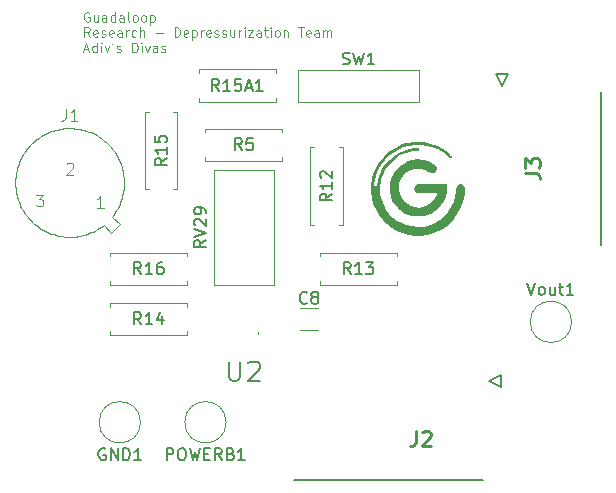
<source format=gto>
%TF.GenerationSoftware,KiCad,Pcbnew,9.0.4*%
%TF.CreationDate,2025-10-30T00:59:31-05:00*%
%TF.ProjectId,HVS Series Vacuum Sensor,48565320-5365-4726-9965-732056616375,rev?*%
%TF.SameCoordinates,Original*%
%TF.FileFunction,Legend,Top*%
%TF.FilePolarity,Positive*%
%FSLAX46Y46*%
G04 Gerber Fmt 4.6, Leading zero omitted, Abs format (unit mm)*
G04 Created by KiCad (PCBNEW 9.0.4) date 2025-10-30 00:59:31*
%MOMM*%
%LPD*%
G01*
G04 APERTURE LIST*
%ADD10C,0.100000*%
%ADD11C,0.150000*%
%ADD12C,0.254000*%
%ADD13C,0.120000*%
%ADD14C,0.127000*%
%ADD15C,0.000000*%
G04 APERTURE END LIST*
D10*
X115925312Y-72809080D02*
X115849122Y-72770985D01*
X115849122Y-72770985D02*
X115734836Y-72770985D01*
X115734836Y-72770985D02*
X115620550Y-72809080D01*
X115620550Y-72809080D02*
X115544360Y-72885270D01*
X115544360Y-72885270D02*
X115506265Y-72961461D01*
X115506265Y-72961461D02*
X115468169Y-73113842D01*
X115468169Y-73113842D02*
X115468169Y-73228128D01*
X115468169Y-73228128D02*
X115506265Y-73380509D01*
X115506265Y-73380509D02*
X115544360Y-73456699D01*
X115544360Y-73456699D02*
X115620550Y-73532890D01*
X115620550Y-73532890D02*
X115734836Y-73570985D01*
X115734836Y-73570985D02*
X115811027Y-73570985D01*
X115811027Y-73570985D02*
X115925312Y-73532890D01*
X115925312Y-73532890D02*
X115963408Y-73494794D01*
X115963408Y-73494794D02*
X115963408Y-73228128D01*
X115963408Y-73228128D02*
X115811027Y-73228128D01*
X116649122Y-73037651D02*
X116649122Y-73570985D01*
X116306265Y-73037651D02*
X116306265Y-73456699D01*
X116306265Y-73456699D02*
X116344360Y-73532890D01*
X116344360Y-73532890D02*
X116420550Y-73570985D01*
X116420550Y-73570985D02*
X116534836Y-73570985D01*
X116534836Y-73570985D02*
X116611027Y-73532890D01*
X116611027Y-73532890D02*
X116649122Y-73494794D01*
X117372932Y-73570985D02*
X117372932Y-73151937D01*
X117372932Y-73151937D02*
X117334837Y-73075747D01*
X117334837Y-73075747D02*
X117258646Y-73037651D01*
X117258646Y-73037651D02*
X117106265Y-73037651D01*
X117106265Y-73037651D02*
X117030075Y-73075747D01*
X117372932Y-73532890D02*
X117296741Y-73570985D01*
X117296741Y-73570985D02*
X117106265Y-73570985D01*
X117106265Y-73570985D02*
X117030075Y-73532890D01*
X117030075Y-73532890D02*
X116991979Y-73456699D01*
X116991979Y-73456699D02*
X116991979Y-73380509D01*
X116991979Y-73380509D02*
X117030075Y-73304318D01*
X117030075Y-73304318D02*
X117106265Y-73266223D01*
X117106265Y-73266223D02*
X117296741Y-73266223D01*
X117296741Y-73266223D02*
X117372932Y-73228128D01*
X118096742Y-73570985D02*
X118096742Y-72770985D01*
X118096742Y-73532890D02*
X118020551Y-73570985D01*
X118020551Y-73570985D02*
X117868170Y-73570985D01*
X117868170Y-73570985D02*
X117791980Y-73532890D01*
X117791980Y-73532890D02*
X117753885Y-73494794D01*
X117753885Y-73494794D02*
X117715789Y-73418604D01*
X117715789Y-73418604D02*
X117715789Y-73190032D01*
X117715789Y-73190032D02*
X117753885Y-73113842D01*
X117753885Y-73113842D02*
X117791980Y-73075747D01*
X117791980Y-73075747D02*
X117868170Y-73037651D01*
X117868170Y-73037651D02*
X118020551Y-73037651D01*
X118020551Y-73037651D02*
X118096742Y-73075747D01*
X118820552Y-73570985D02*
X118820552Y-73151937D01*
X118820552Y-73151937D02*
X118782457Y-73075747D01*
X118782457Y-73075747D02*
X118706266Y-73037651D01*
X118706266Y-73037651D02*
X118553885Y-73037651D01*
X118553885Y-73037651D02*
X118477695Y-73075747D01*
X118820552Y-73532890D02*
X118744361Y-73570985D01*
X118744361Y-73570985D02*
X118553885Y-73570985D01*
X118553885Y-73570985D02*
X118477695Y-73532890D01*
X118477695Y-73532890D02*
X118439599Y-73456699D01*
X118439599Y-73456699D02*
X118439599Y-73380509D01*
X118439599Y-73380509D02*
X118477695Y-73304318D01*
X118477695Y-73304318D02*
X118553885Y-73266223D01*
X118553885Y-73266223D02*
X118744361Y-73266223D01*
X118744361Y-73266223D02*
X118820552Y-73228128D01*
X119315790Y-73570985D02*
X119239600Y-73532890D01*
X119239600Y-73532890D02*
X119201505Y-73456699D01*
X119201505Y-73456699D02*
X119201505Y-72770985D01*
X119734838Y-73570985D02*
X119658648Y-73532890D01*
X119658648Y-73532890D02*
X119620553Y-73494794D01*
X119620553Y-73494794D02*
X119582457Y-73418604D01*
X119582457Y-73418604D02*
X119582457Y-73190032D01*
X119582457Y-73190032D02*
X119620553Y-73113842D01*
X119620553Y-73113842D02*
X119658648Y-73075747D01*
X119658648Y-73075747D02*
X119734838Y-73037651D01*
X119734838Y-73037651D02*
X119849124Y-73037651D01*
X119849124Y-73037651D02*
X119925315Y-73075747D01*
X119925315Y-73075747D02*
X119963410Y-73113842D01*
X119963410Y-73113842D02*
X120001505Y-73190032D01*
X120001505Y-73190032D02*
X120001505Y-73418604D01*
X120001505Y-73418604D02*
X119963410Y-73494794D01*
X119963410Y-73494794D02*
X119925315Y-73532890D01*
X119925315Y-73532890D02*
X119849124Y-73570985D01*
X119849124Y-73570985D02*
X119734838Y-73570985D01*
X120458648Y-73570985D02*
X120382458Y-73532890D01*
X120382458Y-73532890D02*
X120344363Y-73494794D01*
X120344363Y-73494794D02*
X120306267Y-73418604D01*
X120306267Y-73418604D02*
X120306267Y-73190032D01*
X120306267Y-73190032D02*
X120344363Y-73113842D01*
X120344363Y-73113842D02*
X120382458Y-73075747D01*
X120382458Y-73075747D02*
X120458648Y-73037651D01*
X120458648Y-73037651D02*
X120572934Y-73037651D01*
X120572934Y-73037651D02*
X120649125Y-73075747D01*
X120649125Y-73075747D02*
X120687220Y-73113842D01*
X120687220Y-73113842D02*
X120725315Y-73190032D01*
X120725315Y-73190032D02*
X120725315Y-73418604D01*
X120725315Y-73418604D02*
X120687220Y-73494794D01*
X120687220Y-73494794D02*
X120649125Y-73532890D01*
X120649125Y-73532890D02*
X120572934Y-73570985D01*
X120572934Y-73570985D02*
X120458648Y-73570985D01*
X121068173Y-73037651D02*
X121068173Y-73837651D01*
X121068173Y-73075747D02*
X121144363Y-73037651D01*
X121144363Y-73037651D02*
X121296744Y-73037651D01*
X121296744Y-73037651D02*
X121372935Y-73075747D01*
X121372935Y-73075747D02*
X121411030Y-73113842D01*
X121411030Y-73113842D02*
X121449125Y-73190032D01*
X121449125Y-73190032D02*
X121449125Y-73418604D01*
X121449125Y-73418604D02*
X121411030Y-73494794D01*
X121411030Y-73494794D02*
X121372935Y-73532890D01*
X121372935Y-73532890D02*
X121296744Y-73570985D01*
X121296744Y-73570985D02*
X121144363Y-73570985D01*
X121144363Y-73570985D02*
X121068173Y-73532890D01*
X115963408Y-74858940D02*
X115696741Y-74477987D01*
X115506265Y-74858940D02*
X115506265Y-74058940D01*
X115506265Y-74058940D02*
X115811027Y-74058940D01*
X115811027Y-74058940D02*
X115887217Y-74097035D01*
X115887217Y-74097035D02*
X115925312Y-74135130D01*
X115925312Y-74135130D02*
X115963408Y-74211321D01*
X115963408Y-74211321D02*
X115963408Y-74325606D01*
X115963408Y-74325606D02*
X115925312Y-74401797D01*
X115925312Y-74401797D02*
X115887217Y-74439892D01*
X115887217Y-74439892D02*
X115811027Y-74477987D01*
X115811027Y-74477987D02*
X115506265Y-74477987D01*
X116611027Y-74820845D02*
X116534836Y-74858940D01*
X116534836Y-74858940D02*
X116382455Y-74858940D01*
X116382455Y-74858940D02*
X116306265Y-74820845D01*
X116306265Y-74820845D02*
X116268169Y-74744654D01*
X116268169Y-74744654D02*
X116268169Y-74439892D01*
X116268169Y-74439892D02*
X116306265Y-74363702D01*
X116306265Y-74363702D02*
X116382455Y-74325606D01*
X116382455Y-74325606D02*
X116534836Y-74325606D01*
X116534836Y-74325606D02*
X116611027Y-74363702D01*
X116611027Y-74363702D02*
X116649122Y-74439892D01*
X116649122Y-74439892D02*
X116649122Y-74516083D01*
X116649122Y-74516083D02*
X116268169Y-74592273D01*
X116953883Y-74820845D02*
X117030074Y-74858940D01*
X117030074Y-74858940D02*
X117182455Y-74858940D01*
X117182455Y-74858940D02*
X117258645Y-74820845D01*
X117258645Y-74820845D02*
X117296741Y-74744654D01*
X117296741Y-74744654D02*
X117296741Y-74706559D01*
X117296741Y-74706559D02*
X117258645Y-74630368D01*
X117258645Y-74630368D02*
X117182455Y-74592273D01*
X117182455Y-74592273D02*
X117068169Y-74592273D01*
X117068169Y-74592273D02*
X116991979Y-74554178D01*
X116991979Y-74554178D02*
X116953883Y-74477987D01*
X116953883Y-74477987D02*
X116953883Y-74439892D01*
X116953883Y-74439892D02*
X116991979Y-74363702D01*
X116991979Y-74363702D02*
X117068169Y-74325606D01*
X117068169Y-74325606D02*
X117182455Y-74325606D01*
X117182455Y-74325606D02*
X117258645Y-74363702D01*
X117944360Y-74820845D02*
X117868169Y-74858940D01*
X117868169Y-74858940D02*
X117715788Y-74858940D01*
X117715788Y-74858940D02*
X117639598Y-74820845D01*
X117639598Y-74820845D02*
X117601502Y-74744654D01*
X117601502Y-74744654D02*
X117601502Y-74439892D01*
X117601502Y-74439892D02*
X117639598Y-74363702D01*
X117639598Y-74363702D02*
X117715788Y-74325606D01*
X117715788Y-74325606D02*
X117868169Y-74325606D01*
X117868169Y-74325606D02*
X117944360Y-74363702D01*
X117944360Y-74363702D02*
X117982455Y-74439892D01*
X117982455Y-74439892D02*
X117982455Y-74516083D01*
X117982455Y-74516083D02*
X117601502Y-74592273D01*
X118668169Y-74858940D02*
X118668169Y-74439892D01*
X118668169Y-74439892D02*
X118630074Y-74363702D01*
X118630074Y-74363702D02*
X118553883Y-74325606D01*
X118553883Y-74325606D02*
X118401502Y-74325606D01*
X118401502Y-74325606D02*
X118325312Y-74363702D01*
X118668169Y-74820845D02*
X118591978Y-74858940D01*
X118591978Y-74858940D02*
X118401502Y-74858940D01*
X118401502Y-74858940D02*
X118325312Y-74820845D01*
X118325312Y-74820845D02*
X118287216Y-74744654D01*
X118287216Y-74744654D02*
X118287216Y-74668464D01*
X118287216Y-74668464D02*
X118325312Y-74592273D01*
X118325312Y-74592273D02*
X118401502Y-74554178D01*
X118401502Y-74554178D02*
X118591978Y-74554178D01*
X118591978Y-74554178D02*
X118668169Y-74516083D01*
X119049122Y-74858940D02*
X119049122Y-74325606D01*
X119049122Y-74477987D02*
X119087217Y-74401797D01*
X119087217Y-74401797D02*
X119125312Y-74363702D01*
X119125312Y-74363702D02*
X119201503Y-74325606D01*
X119201503Y-74325606D02*
X119277693Y-74325606D01*
X119887217Y-74820845D02*
X119811026Y-74858940D01*
X119811026Y-74858940D02*
X119658645Y-74858940D01*
X119658645Y-74858940D02*
X119582455Y-74820845D01*
X119582455Y-74820845D02*
X119544360Y-74782749D01*
X119544360Y-74782749D02*
X119506264Y-74706559D01*
X119506264Y-74706559D02*
X119506264Y-74477987D01*
X119506264Y-74477987D02*
X119544360Y-74401797D01*
X119544360Y-74401797D02*
X119582455Y-74363702D01*
X119582455Y-74363702D02*
X119658645Y-74325606D01*
X119658645Y-74325606D02*
X119811026Y-74325606D01*
X119811026Y-74325606D02*
X119887217Y-74363702D01*
X120230074Y-74858940D02*
X120230074Y-74058940D01*
X120572931Y-74858940D02*
X120572931Y-74439892D01*
X120572931Y-74439892D02*
X120534836Y-74363702D01*
X120534836Y-74363702D02*
X120458645Y-74325606D01*
X120458645Y-74325606D02*
X120344359Y-74325606D01*
X120344359Y-74325606D02*
X120268169Y-74363702D01*
X120268169Y-74363702D02*
X120230074Y-74401797D01*
X121563408Y-74554178D02*
X122172932Y-74554178D01*
X123163408Y-74858940D02*
X123163408Y-74058940D01*
X123163408Y-74058940D02*
X123353884Y-74058940D01*
X123353884Y-74058940D02*
X123468170Y-74097035D01*
X123468170Y-74097035D02*
X123544360Y-74173225D01*
X123544360Y-74173225D02*
X123582455Y-74249416D01*
X123582455Y-74249416D02*
X123620551Y-74401797D01*
X123620551Y-74401797D02*
X123620551Y-74516083D01*
X123620551Y-74516083D02*
X123582455Y-74668464D01*
X123582455Y-74668464D02*
X123544360Y-74744654D01*
X123544360Y-74744654D02*
X123468170Y-74820845D01*
X123468170Y-74820845D02*
X123353884Y-74858940D01*
X123353884Y-74858940D02*
X123163408Y-74858940D01*
X124268170Y-74820845D02*
X124191979Y-74858940D01*
X124191979Y-74858940D02*
X124039598Y-74858940D01*
X124039598Y-74858940D02*
X123963408Y-74820845D01*
X123963408Y-74820845D02*
X123925312Y-74744654D01*
X123925312Y-74744654D02*
X123925312Y-74439892D01*
X123925312Y-74439892D02*
X123963408Y-74363702D01*
X123963408Y-74363702D02*
X124039598Y-74325606D01*
X124039598Y-74325606D02*
X124191979Y-74325606D01*
X124191979Y-74325606D02*
X124268170Y-74363702D01*
X124268170Y-74363702D02*
X124306265Y-74439892D01*
X124306265Y-74439892D02*
X124306265Y-74516083D01*
X124306265Y-74516083D02*
X123925312Y-74592273D01*
X124649122Y-74325606D02*
X124649122Y-75125606D01*
X124649122Y-74363702D02*
X124725312Y-74325606D01*
X124725312Y-74325606D02*
X124877693Y-74325606D01*
X124877693Y-74325606D02*
X124953884Y-74363702D01*
X124953884Y-74363702D02*
X124991979Y-74401797D01*
X124991979Y-74401797D02*
X125030074Y-74477987D01*
X125030074Y-74477987D02*
X125030074Y-74706559D01*
X125030074Y-74706559D02*
X124991979Y-74782749D01*
X124991979Y-74782749D02*
X124953884Y-74820845D01*
X124953884Y-74820845D02*
X124877693Y-74858940D01*
X124877693Y-74858940D02*
X124725312Y-74858940D01*
X124725312Y-74858940D02*
X124649122Y-74820845D01*
X125372932Y-74858940D02*
X125372932Y-74325606D01*
X125372932Y-74477987D02*
X125411027Y-74401797D01*
X125411027Y-74401797D02*
X125449122Y-74363702D01*
X125449122Y-74363702D02*
X125525313Y-74325606D01*
X125525313Y-74325606D02*
X125601503Y-74325606D01*
X126172932Y-74820845D02*
X126096741Y-74858940D01*
X126096741Y-74858940D02*
X125944360Y-74858940D01*
X125944360Y-74858940D02*
X125868170Y-74820845D01*
X125868170Y-74820845D02*
X125830074Y-74744654D01*
X125830074Y-74744654D02*
X125830074Y-74439892D01*
X125830074Y-74439892D02*
X125868170Y-74363702D01*
X125868170Y-74363702D02*
X125944360Y-74325606D01*
X125944360Y-74325606D02*
X126096741Y-74325606D01*
X126096741Y-74325606D02*
X126172932Y-74363702D01*
X126172932Y-74363702D02*
X126211027Y-74439892D01*
X126211027Y-74439892D02*
X126211027Y-74516083D01*
X126211027Y-74516083D02*
X125830074Y-74592273D01*
X126515788Y-74820845D02*
X126591979Y-74858940D01*
X126591979Y-74858940D02*
X126744360Y-74858940D01*
X126744360Y-74858940D02*
X126820550Y-74820845D01*
X126820550Y-74820845D02*
X126858646Y-74744654D01*
X126858646Y-74744654D02*
X126858646Y-74706559D01*
X126858646Y-74706559D02*
X126820550Y-74630368D01*
X126820550Y-74630368D02*
X126744360Y-74592273D01*
X126744360Y-74592273D02*
X126630074Y-74592273D01*
X126630074Y-74592273D02*
X126553884Y-74554178D01*
X126553884Y-74554178D02*
X126515788Y-74477987D01*
X126515788Y-74477987D02*
X126515788Y-74439892D01*
X126515788Y-74439892D02*
X126553884Y-74363702D01*
X126553884Y-74363702D02*
X126630074Y-74325606D01*
X126630074Y-74325606D02*
X126744360Y-74325606D01*
X126744360Y-74325606D02*
X126820550Y-74363702D01*
X127163407Y-74820845D02*
X127239598Y-74858940D01*
X127239598Y-74858940D02*
X127391979Y-74858940D01*
X127391979Y-74858940D02*
X127468169Y-74820845D01*
X127468169Y-74820845D02*
X127506265Y-74744654D01*
X127506265Y-74744654D02*
X127506265Y-74706559D01*
X127506265Y-74706559D02*
X127468169Y-74630368D01*
X127468169Y-74630368D02*
X127391979Y-74592273D01*
X127391979Y-74592273D02*
X127277693Y-74592273D01*
X127277693Y-74592273D02*
X127201503Y-74554178D01*
X127201503Y-74554178D02*
X127163407Y-74477987D01*
X127163407Y-74477987D02*
X127163407Y-74439892D01*
X127163407Y-74439892D02*
X127201503Y-74363702D01*
X127201503Y-74363702D02*
X127277693Y-74325606D01*
X127277693Y-74325606D02*
X127391979Y-74325606D01*
X127391979Y-74325606D02*
X127468169Y-74363702D01*
X128191979Y-74325606D02*
X128191979Y-74858940D01*
X127849122Y-74325606D02*
X127849122Y-74744654D01*
X127849122Y-74744654D02*
X127887217Y-74820845D01*
X127887217Y-74820845D02*
X127963407Y-74858940D01*
X127963407Y-74858940D02*
X128077693Y-74858940D01*
X128077693Y-74858940D02*
X128153884Y-74820845D01*
X128153884Y-74820845D02*
X128191979Y-74782749D01*
X128572932Y-74858940D02*
X128572932Y-74325606D01*
X128572932Y-74477987D02*
X128611027Y-74401797D01*
X128611027Y-74401797D02*
X128649122Y-74363702D01*
X128649122Y-74363702D02*
X128725313Y-74325606D01*
X128725313Y-74325606D02*
X128801503Y-74325606D01*
X129068170Y-74858940D02*
X129068170Y-74325606D01*
X129068170Y-74058940D02*
X129030074Y-74097035D01*
X129030074Y-74097035D02*
X129068170Y-74135130D01*
X129068170Y-74135130D02*
X129106265Y-74097035D01*
X129106265Y-74097035D02*
X129068170Y-74058940D01*
X129068170Y-74058940D02*
X129068170Y-74135130D01*
X129372931Y-74325606D02*
X129791979Y-74325606D01*
X129791979Y-74325606D02*
X129372931Y-74858940D01*
X129372931Y-74858940D02*
X129791979Y-74858940D01*
X130439598Y-74858940D02*
X130439598Y-74439892D01*
X130439598Y-74439892D02*
X130401503Y-74363702D01*
X130401503Y-74363702D02*
X130325312Y-74325606D01*
X130325312Y-74325606D02*
X130172931Y-74325606D01*
X130172931Y-74325606D02*
X130096741Y-74363702D01*
X130439598Y-74820845D02*
X130363407Y-74858940D01*
X130363407Y-74858940D02*
X130172931Y-74858940D01*
X130172931Y-74858940D02*
X130096741Y-74820845D01*
X130096741Y-74820845D02*
X130058645Y-74744654D01*
X130058645Y-74744654D02*
X130058645Y-74668464D01*
X130058645Y-74668464D02*
X130096741Y-74592273D01*
X130096741Y-74592273D02*
X130172931Y-74554178D01*
X130172931Y-74554178D02*
X130363407Y-74554178D01*
X130363407Y-74554178D02*
X130439598Y-74516083D01*
X130706265Y-74325606D02*
X131011027Y-74325606D01*
X130820551Y-74058940D02*
X130820551Y-74744654D01*
X130820551Y-74744654D02*
X130858646Y-74820845D01*
X130858646Y-74820845D02*
X130934836Y-74858940D01*
X130934836Y-74858940D02*
X131011027Y-74858940D01*
X131277694Y-74858940D02*
X131277694Y-74325606D01*
X131277694Y-74058940D02*
X131239598Y-74097035D01*
X131239598Y-74097035D02*
X131277694Y-74135130D01*
X131277694Y-74135130D02*
X131315789Y-74097035D01*
X131315789Y-74097035D02*
X131277694Y-74058940D01*
X131277694Y-74058940D02*
X131277694Y-74135130D01*
X131772931Y-74858940D02*
X131696741Y-74820845D01*
X131696741Y-74820845D02*
X131658646Y-74782749D01*
X131658646Y-74782749D02*
X131620550Y-74706559D01*
X131620550Y-74706559D02*
X131620550Y-74477987D01*
X131620550Y-74477987D02*
X131658646Y-74401797D01*
X131658646Y-74401797D02*
X131696741Y-74363702D01*
X131696741Y-74363702D02*
X131772931Y-74325606D01*
X131772931Y-74325606D02*
X131887217Y-74325606D01*
X131887217Y-74325606D02*
X131963408Y-74363702D01*
X131963408Y-74363702D02*
X132001503Y-74401797D01*
X132001503Y-74401797D02*
X132039598Y-74477987D01*
X132039598Y-74477987D02*
X132039598Y-74706559D01*
X132039598Y-74706559D02*
X132001503Y-74782749D01*
X132001503Y-74782749D02*
X131963408Y-74820845D01*
X131963408Y-74820845D02*
X131887217Y-74858940D01*
X131887217Y-74858940D02*
X131772931Y-74858940D01*
X132382456Y-74325606D02*
X132382456Y-74858940D01*
X132382456Y-74401797D02*
X132420551Y-74363702D01*
X132420551Y-74363702D02*
X132496741Y-74325606D01*
X132496741Y-74325606D02*
X132611027Y-74325606D01*
X132611027Y-74325606D02*
X132687218Y-74363702D01*
X132687218Y-74363702D02*
X132725313Y-74439892D01*
X132725313Y-74439892D02*
X132725313Y-74858940D01*
X133601504Y-74058940D02*
X134058647Y-74058940D01*
X133830075Y-74858940D02*
X133830075Y-74058940D01*
X134630076Y-74820845D02*
X134553885Y-74858940D01*
X134553885Y-74858940D02*
X134401504Y-74858940D01*
X134401504Y-74858940D02*
X134325314Y-74820845D01*
X134325314Y-74820845D02*
X134287218Y-74744654D01*
X134287218Y-74744654D02*
X134287218Y-74439892D01*
X134287218Y-74439892D02*
X134325314Y-74363702D01*
X134325314Y-74363702D02*
X134401504Y-74325606D01*
X134401504Y-74325606D02*
X134553885Y-74325606D01*
X134553885Y-74325606D02*
X134630076Y-74363702D01*
X134630076Y-74363702D02*
X134668171Y-74439892D01*
X134668171Y-74439892D02*
X134668171Y-74516083D01*
X134668171Y-74516083D02*
X134287218Y-74592273D01*
X135353885Y-74858940D02*
X135353885Y-74439892D01*
X135353885Y-74439892D02*
X135315790Y-74363702D01*
X135315790Y-74363702D02*
X135239599Y-74325606D01*
X135239599Y-74325606D02*
X135087218Y-74325606D01*
X135087218Y-74325606D02*
X135011028Y-74363702D01*
X135353885Y-74820845D02*
X135277694Y-74858940D01*
X135277694Y-74858940D02*
X135087218Y-74858940D01*
X135087218Y-74858940D02*
X135011028Y-74820845D01*
X135011028Y-74820845D02*
X134972932Y-74744654D01*
X134972932Y-74744654D02*
X134972932Y-74668464D01*
X134972932Y-74668464D02*
X135011028Y-74592273D01*
X135011028Y-74592273D02*
X135087218Y-74554178D01*
X135087218Y-74554178D02*
X135277694Y-74554178D01*
X135277694Y-74554178D02*
X135353885Y-74516083D01*
X135734838Y-74858940D02*
X135734838Y-74325606D01*
X135734838Y-74401797D02*
X135772933Y-74363702D01*
X135772933Y-74363702D02*
X135849123Y-74325606D01*
X135849123Y-74325606D02*
X135963409Y-74325606D01*
X135963409Y-74325606D02*
X136039600Y-74363702D01*
X136039600Y-74363702D02*
X136077695Y-74439892D01*
X136077695Y-74439892D02*
X136077695Y-74858940D01*
X136077695Y-74439892D02*
X136115790Y-74363702D01*
X136115790Y-74363702D02*
X136191981Y-74325606D01*
X136191981Y-74325606D02*
X136306266Y-74325606D01*
X136306266Y-74325606D02*
X136382457Y-74363702D01*
X136382457Y-74363702D02*
X136420552Y-74439892D01*
X136420552Y-74439892D02*
X136420552Y-74858940D01*
X115468169Y-75918323D02*
X115849122Y-75918323D01*
X115391979Y-76146895D02*
X115658646Y-75346895D01*
X115658646Y-75346895D02*
X115925312Y-76146895D01*
X116534836Y-76146895D02*
X116534836Y-75346895D01*
X116534836Y-76108800D02*
X116458645Y-76146895D01*
X116458645Y-76146895D02*
X116306264Y-76146895D01*
X116306264Y-76146895D02*
X116230074Y-76108800D01*
X116230074Y-76108800D02*
X116191979Y-76070704D01*
X116191979Y-76070704D02*
X116153883Y-75994514D01*
X116153883Y-75994514D02*
X116153883Y-75765942D01*
X116153883Y-75765942D02*
X116191979Y-75689752D01*
X116191979Y-75689752D02*
X116230074Y-75651657D01*
X116230074Y-75651657D02*
X116306264Y-75613561D01*
X116306264Y-75613561D02*
X116458645Y-75613561D01*
X116458645Y-75613561D02*
X116534836Y-75651657D01*
X116915789Y-76146895D02*
X116915789Y-75613561D01*
X116915789Y-75346895D02*
X116877693Y-75384990D01*
X116877693Y-75384990D02*
X116915789Y-75423085D01*
X116915789Y-75423085D02*
X116953884Y-75384990D01*
X116953884Y-75384990D02*
X116915789Y-75346895D01*
X116915789Y-75346895D02*
X116915789Y-75423085D01*
X117220550Y-75613561D02*
X117411026Y-76146895D01*
X117411026Y-76146895D02*
X117601503Y-75613561D01*
X117944360Y-75346895D02*
X117868169Y-75499276D01*
X118249121Y-76108800D02*
X118325312Y-76146895D01*
X118325312Y-76146895D02*
X118477693Y-76146895D01*
X118477693Y-76146895D02*
X118553883Y-76108800D01*
X118553883Y-76108800D02*
X118591979Y-76032609D01*
X118591979Y-76032609D02*
X118591979Y-75994514D01*
X118591979Y-75994514D02*
X118553883Y-75918323D01*
X118553883Y-75918323D02*
X118477693Y-75880228D01*
X118477693Y-75880228D02*
X118363407Y-75880228D01*
X118363407Y-75880228D02*
X118287217Y-75842133D01*
X118287217Y-75842133D02*
X118249121Y-75765942D01*
X118249121Y-75765942D02*
X118249121Y-75727847D01*
X118249121Y-75727847D02*
X118287217Y-75651657D01*
X118287217Y-75651657D02*
X118363407Y-75613561D01*
X118363407Y-75613561D02*
X118477693Y-75613561D01*
X118477693Y-75613561D02*
X118553883Y-75651657D01*
X119544360Y-76146895D02*
X119544360Y-75346895D01*
X119544360Y-75346895D02*
X119734836Y-75346895D01*
X119734836Y-75346895D02*
X119849122Y-75384990D01*
X119849122Y-75384990D02*
X119925312Y-75461180D01*
X119925312Y-75461180D02*
X119963407Y-75537371D01*
X119963407Y-75537371D02*
X120001503Y-75689752D01*
X120001503Y-75689752D02*
X120001503Y-75804038D01*
X120001503Y-75804038D02*
X119963407Y-75956419D01*
X119963407Y-75956419D02*
X119925312Y-76032609D01*
X119925312Y-76032609D02*
X119849122Y-76108800D01*
X119849122Y-76108800D02*
X119734836Y-76146895D01*
X119734836Y-76146895D02*
X119544360Y-76146895D01*
X120344360Y-76146895D02*
X120344360Y-75613561D01*
X120344360Y-75346895D02*
X120306264Y-75384990D01*
X120306264Y-75384990D02*
X120344360Y-75423085D01*
X120344360Y-75423085D02*
X120382455Y-75384990D01*
X120382455Y-75384990D02*
X120344360Y-75346895D01*
X120344360Y-75346895D02*
X120344360Y-75423085D01*
X120649121Y-75613561D02*
X120839597Y-76146895D01*
X120839597Y-76146895D02*
X121030074Y-75613561D01*
X121677693Y-76146895D02*
X121677693Y-75727847D01*
X121677693Y-75727847D02*
X121639598Y-75651657D01*
X121639598Y-75651657D02*
X121563407Y-75613561D01*
X121563407Y-75613561D02*
X121411026Y-75613561D01*
X121411026Y-75613561D02*
X121334836Y-75651657D01*
X121677693Y-76108800D02*
X121601502Y-76146895D01*
X121601502Y-76146895D02*
X121411026Y-76146895D01*
X121411026Y-76146895D02*
X121334836Y-76108800D01*
X121334836Y-76108800D02*
X121296740Y-76032609D01*
X121296740Y-76032609D02*
X121296740Y-75956419D01*
X121296740Y-75956419D02*
X121334836Y-75880228D01*
X121334836Y-75880228D02*
X121411026Y-75842133D01*
X121411026Y-75842133D02*
X121601502Y-75842133D01*
X121601502Y-75842133D02*
X121677693Y-75804038D01*
X122020550Y-76108800D02*
X122096741Y-76146895D01*
X122096741Y-76146895D02*
X122249122Y-76146895D01*
X122249122Y-76146895D02*
X122325312Y-76108800D01*
X122325312Y-76108800D02*
X122363408Y-76032609D01*
X122363408Y-76032609D02*
X122363408Y-75994514D01*
X122363408Y-75994514D02*
X122325312Y-75918323D01*
X122325312Y-75918323D02*
X122249122Y-75880228D01*
X122249122Y-75880228D02*
X122134836Y-75880228D01*
X122134836Y-75880228D02*
X122058646Y-75842133D01*
X122058646Y-75842133D02*
X122020550Y-75765942D01*
X122020550Y-75765942D02*
X122020550Y-75727847D01*
X122020550Y-75727847D02*
X122058646Y-75651657D01*
X122058646Y-75651657D02*
X122134836Y-75613561D01*
X122134836Y-75613561D02*
X122249122Y-75613561D01*
X122249122Y-75613561D02*
X122325312Y-75651657D01*
D11*
X153000000Y-95704819D02*
X153333333Y-96704819D01*
X153333333Y-96704819D02*
X153666666Y-95704819D01*
X154142857Y-96704819D02*
X154047619Y-96657200D01*
X154047619Y-96657200D02*
X154000000Y-96609580D01*
X154000000Y-96609580D02*
X153952381Y-96514342D01*
X153952381Y-96514342D02*
X153952381Y-96228628D01*
X153952381Y-96228628D02*
X154000000Y-96133390D01*
X154000000Y-96133390D02*
X154047619Y-96085771D01*
X154047619Y-96085771D02*
X154142857Y-96038152D01*
X154142857Y-96038152D02*
X154285714Y-96038152D01*
X154285714Y-96038152D02*
X154380952Y-96085771D01*
X154380952Y-96085771D02*
X154428571Y-96133390D01*
X154428571Y-96133390D02*
X154476190Y-96228628D01*
X154476190Y-96228628D02*
X154476190Y-96514342D01*
X154476190Y-96514342D02*
X154428571Y-96609580D01*
X154428571Y-96609580D02*
X154380952Y-96657200D01*
X154380952Y-96657200D02*
X154285714Y-96704819D01*
X154285714Y-96704819D02*
X154142857Y-96704819D01*
X155333333Y-96038152D02*
X155333333Y-96704819D01*
X154904762Y-96038152D02*
X154904762Y-96561961D01*
X154904762Y-96561961D02*
X154952381Y-96657200D01*
X154952381Y-96657200D02*
X155047619Y-96704819D01*
X155047619Y-96704819D02*
X155190476Y-96704819D01*
X155190476Y-96704819D02*
X155285714Y-96657200D01*
X155285714Y-96657200D02*
X155333333Y-96609580D01*
X155666667Y-96038152D02*
X156047619Y-96038152D01*
X155809524Y-95704819D02*
X155809524Y-96561961D01*
X155809524Y-96561961D02*
X155857143Y-96657200D01*
X155857143Y-96657200D02*
X155952381Y-96704819D01*
X155952381Y-96704819D02*
X156047619Y-96704819D01*
X156904762Y-96704819D02*
X156333334Y-96704819D01*
X156619048Y-96704819D02*
X156619048Y-95704819D01*
X156619048Y-95704819D02*
X156523810Y-95847676D01*
X156523810Y-95847676D02*
X156428572Y-95942914D01*
X156428572Y-95942914D02*
X156333334Y-95990533D01*
X117261904Y-109752438D02*
X117166666Y-109704819D01*
X117166666Y-109704819D02*
X117023809Y-109704819D01*
X117023809Y-109704819D02*
X116880952Y-109752438D01*
X116880952Y-109752438D02*
X116785714Y-109847676D01*
X116785714Y-109847676D02*
X116738095Y-109942914D01*
X116738095Y-109942914D02*
X116690476Y-110133390D01*
X116690476Y-110133390D02*
X116690476Y-110276247D01*
X116690476Y-110276247D02*
X116738095Y-110466723D01*
X116738095Y-110466723D02*
X116785714Y-110561961D01*
X116785714Y-110561961D02*
X116880952Y-110657200D01*
X116880952Y-110657200D02*
X117023809Y-110704819D01*
X117023809Y-110704819D02*
X117119047Y-110704819D01*
X117119047Y-110704819D02*
X117261904Y-110657200D01*
X117261904Y-110657200D02*
X117309523Y-110609580D01*
X117309523Y-110609580D02*
X117309523Y-110276247D01*
X117309523Y-110276247D02*
X117119047Y-110276247D01*
X117738095Y-110704819D02*
X117738095Y-109704819D01*
X117738095Y-109704819D02*
X118309523Y-110704819D01*
X118309523Y-110704819D02*
X118309523Y-109704819D01*
X118785714Y-110704819D02*
X118785714Y-109704819D01*
X118785714Y-109704819D02*
X119023809Y-109704819D01*
X119023809Y-109704819D02*
X119166666Y-109752438D01*
X119166666Y-109752438D02*
X119261904Y-109847676D01*
X119261904Y-109847676D02*
X119309523Y-109942914D01*
X119309523Y-109942914D02*
X119357142Y-110133390D01*
X119357142Y-110133390D02*
X119357142Y-110276247D01*
X119357142Y-110276247D02*
X119309523Y-110466723D01*
X119309523Y-110466723D02*
X119261904Y-110561961D01*
X119261904Y-110561961D02*
X119166666Y-110657200D01*
X119166666Y-110657200D02*
X119023809Y-110704819D01*
X119023809Y-110704819D02*
X118785714Y-110704819D01*
X120309523Y-110704819D02*
X119738095Y-110704819D01*
X120023809Y-110704819D02*
X120023809Y-109704819D01*
X120023809Y-109704819D02*
X119928571Y-109847676D01*
X119928571Y-109847676D02*
X119833333Y-109942914D01*
X119833333Y-109942914D02*
X119738095Y-109990533D01*
X137376667Y-77157200D02*
X137519524Y-77204819D01*
X137519524Y-77204819D02*
X137757619Y-77204819D01*
X137757619Y-77204819D02*
X137852857Y-77157200D01*
X137852857Y-77157200D02*
X137900476Y-77109580D01*
X137900476Y-77109580D02*
X137948095Y-77014342D01*
X137948095Y-77014342D02*
X137948095Y-76919104D01*
X137948095Y-76919104D02*
X137900476Y-76823866D01*
X137900476Y-76823866D02*
X137852857Y-76776247D01*
X137852857Y-76776247D02*
X137757619Y-76728628D01*
X137757619Y-76728628D02*
X137567143Y-76681009D01*
X137567143Y-76681009D02*
X137471905Y-76633390D01*
X137471905Y-76633390D02*
X137424286Y-76585771D01*
X137424286Y-76585771D02*
X137376667Y-76490533D01*
X137376667Y-76490533D02*
X137376667Y-76395295D01*
X137376667Y-76395295D02*
X137424286Y-76300057D01*
X137424286Y-76300057D02*
X137471905Y-76252438D01*
X137471905Y-76252438D02*
X137567143Y-76204819D01*
X137567143Y-76204819D02*
X137805238Y-76204819D01*
X137805238Y-76204819D02*
X137948095Y-76252438D01*
X138281429Y-76204819D02*
X138519524Y-77204819D01*
X138519524Y-77204819D02*
X138710000Y-76490533D01*
X138710000Y-76490533D02*
X138900476Y-77204819D01*
X138900476Y-77204819D02*
X139138572Y-76204819D01*
X140043333Y-77204819D02*
X139471905Y-77204819D01*
X139757619Y-77204819D02*
X139757619Y-76204819D01*
X139757619Y-76204819D02*
X139662381Y-76347676D01*
X139662381Y-76347676D02*
X139567143Y-76442914D01*
X139567143Y-76442914D02*
X139471905Y-76490533D01*
D12*
X152804318Y-86423332D02*
X153711461Y-86423332D01*
X153711461Y-86423332D02*
X153892889Y-86483809D01*
X153892889Y-86483809D02*
X154013842Y-86604761D01*
X154013842Y-86604761D02*
X154074318Y-86786190D01*
X154074318Y-86786190D02*
X154074318Y-86907142D01*
X152804318Y-85939523D02*
X152804318Y-85153332D01*
X152804318Y-85153332D02*
X153288127Y-85576666D01*
X153288127Y-85576666D02*
X153288127Y-85395237D01*
X153288127Y-85395237D02*
X153348603Y-85274285D01*
X153348603Y-85274285D02*
X153409080Y-85213809D01*
X153409080Y-85213809D02*
X153530032Y-85153332D01*
X153530032Y-85153332D02*
X153832413Y-85153332D01*
X153832413Y-85153332D02*
X153953365Y-85213809D01*
X153953365Y-85213809D02*
X154013842Y-85274285D01*
X154013842Y-85274285D02*
X154074318Y-85395237D01*
X154074318Y-85395237D02*
X154074318Y-85758094D01*
X154074318Y-85758094D02*
X154013842Y-85879047D01*
X154013842Y-85879047D02*
X153953365Y-85939523D01*
D11*
X136454819Y-88142857D02*
X135978628Y-88476190D01*
X136454819Y-88714285D02*
X135454819Y-88714285D01*
X135454819Y-88714285D02*
X135454819Y-88333333D01*
X135454819Y-88333333D02*
X135502438Y-88238095D01*
X135502438Y-88238095D02*
X135550057Y-88190476D01*
X135550057Y-88190476D02*
X135645295Y-88142857D01*
X135645295Y-88142857D02*
X135788152Y-88142857D01*
X135788152Y-88142857D02*
X135883390Y-88190476D01*
X135883390Y-88190476D02*
X135931009Y-88238095D01*
X135931009Y-88238095D02*
X135978628Y-88333333D01*
X135978628Y-88333333D02*
X135978628Y-88714285D01*
X136454819Y-87190476D02*
X136454819Y-87761904D01*
X136454819Y-87476190D02*
X135454819Y-87476190D01*
X135454819Y-87476190D02*
X135597676Y-87571428D01*
X135597676Y-87571428D02*
X135692914Y-87666666D01*
X135692914Y-87666666D02*
X135740533Y-87761904D01*
X135550057Y-86809523D02*
X135502438Y-86761904D01*
X135502438Y-86761904D02*
X135454819Y-86666666D01*
X135454819Y-86666666D02*
X135454819Y-86428571D01*
X135454819Y-86428571D02*
X135502438Y-86333333D01*
X135502438Y-86333333D02*
X135550057Y-86285714D01*
X135550057Y-86285714D02*
X135645295Y-86238095D01*
X135645295Y-86238095D02*
X135740533Y-86238095D01*
X135740533Y-86238095D02*
X135883390Y-86285714D01*
X135883390Y-86285714D02*
X136454819Y-86857142D01*
X136454819Y-86857142D02*
X136454819Y-86238095D01*
X126892380Y-79454819D02*
X126559047Y-78978628D01*
X126320952Y-79454819D02*
X126320952Y-78454819D01*
X126320952Y-78454819D02*
X126701904Y-78454819D01*
X126701904Y-78454819D02*
X126797142Y-78502438D01*
X126797142Y-78502438D02*
X126844761Y-78550057D01*
X126844761Y-78550057D02*
X126892380Y-78645295D01*
X126892380Y-78645295D02*
X126892380Y-78788152D01*
X126892380Y-78788152D02*
X126844761Y-78883390D01*
X126844761Y-78883390D02*
X126797142Y-78931009D01*
X126797142Y-78931009D02*
X126701904Y-78978628D01*
X126701904Y-78978628D02*
X126320952Y-78978628D01*
X127844761Y-79454819D02*
X127273333Y-79454819D01*
X127559047Y-79454819D02*
X127559047Y-78454819D01*
X127559047Y-78454819D02*
X127463809Y-78597676D01*
X127463809Y-78597676D02*
X127368571Y-78692914D01*
X127368571Y-78692914D02*
X127273333Y-78740533D01*
X128749523Y-78454819D02*
X128273333Y-78454819D01*
X128273333Y-78454819D02*
X128225714Y-78931009D01*
X128225714Y-78931009D02*
X128273333Y-78883390D01*
X128273333Y-78883390D02*
X128368571Y-78835771D01*
X128368571Y-78835771D02*
X128606666Y-78835771D01*
X128606666Y-78835771D02*
X128701904Y-78883390D01*
X128701904Y-78883390D02*
X128749523Y-78931009D01*
X128749523Y-78931009D02*
X128797142Y-79026247D01*
X128797142Y-79026247D02*
X128797142Y-79264342D01*
X128797142Y-79264342D02*
X128749523Y-79359580D01*
X128749523Y-79359580D02*
X128701904Y-79407200D01*
X128701904Y-79407200D02*
X128606666Y-79454819D01*
X128606666Y-79454819D02*
X128368571Y-79454819D01*
X128368571Y-79454819D02*
X128273333Y-79407200D01*
X128273333Y-79407200D02*
X128225714Y-79359580D01*
X129178095Y-79169104D02*
X129654285Y-79169104D01*
X129082857Y-79454819D02*
X129416190Y-78454819D01*
X129416190Y-78454819D02*
X129749523Y-79454819D01*
X130606666Y-79454819D02*
X130035238Y-79454819D01*
X130320952Y-79454819D02*
X130320952Y-78454819D01*
X130320952Y-78454819D02*
X130225714Y-78597676D01*
X130225714Y-78597676D02*
X130130476Y-78692914D01*
X130130476Y-78692914D02*
X130035238Y-78740533D01*
X122454819Y-85142857D02*
X121978628Y-85476190D01*
X122454819Y-85714285D02*
X121454819Y-85714285D01*
X121454819Y-85714285D02*
X121454819Y-85333333D01*
X121454819Y-85333333D02*
X121502438Y-85238095D01*
X121502438Y-85238095D02*
X121550057Y-85190476D01*
X121550057Y-85190476D02*
X121645295Y-85142857D01*
X121645295Y-85142857D02*
X121788152Y-85142857D01*
X121788152Y-85142857D02*
X121883390Y-85190476D01*
X121883390Y-85190476D02*
X121931009Y-85238095D01*
X121931009Y-85238095D02*
X121978628Y-85333333D01*
X121978628Y-85333333D02*
X121978628Y-85714285D01*
X122454819Y-84190476D02*
X122454819Y-84761904D01*
X122454819Y-84476190D02*
X121454819Y-84476190D01*
X121454819Y-84476190D02*
X121597676Y-84571428D01*
X121597676Y-84571428D02*
X121692914Y-84666666D01*
X121692914Y-84666666D02*
X121740533Y-84761904D01*
X121454819Y-83285714D02*
X121454819Y-83761904D01*
X121454819Y-83761904D02*
X121931009Y-83809523D01*
X121931009Y-83809523D02*
X121883390Y-83761904D01*
X121883390Y-83761904D02*
X121835771Y-83666666D01*
X121835771Y-83666666D02*
X121835771Y-83428571D01*
X121835771Y-83428571D02*
X121883390Y-83333333D01*
X121883390Y-83333333D02*
X121931009Y-83285714D01*
X121931009Y-83285714D02*
X122026247Y-83238095D01*
X122026247Y-83238095D02*
X122264342Y-83238095D01*
X122264342Y-83238095D02*
X122359580Y-83285714D01*
X122359580Y-83285714D02*
X122407200Y-83333333D01*
X122407200Y-83333333D02*
X122454819Y-83428571D01*
X122454819Y-83428571D02*
X122454819Y-83666666D01*
X122454819Y-83666666D02*
X122407200Y-83761904D01*
X122407200Y-83761904D02*
X122359580Y-83809523D01*
X120297142Y-99204819D02*
X119963809Y-98728628D01*
X119725714Y-99204819D02*
X119725714Y-98204819D01*
X119725714Y-98204819D02*
X120106666Y-98204819D01*
X120106666Y-98204819D02*
X120201904Y-98252438D01*
X120201904Y-98252438D02*
X120249523Y-98300057D01*
X120249523Y-98300057D02*
X120297142Y-98395295D01*
X120297142Y-98395295D02*
X120297142Y-98538152D01*
X120297142Y-98538152D02*
X120249523Y-98633390D01*
X120249523Y-98633390D02*
X120201904Y-98681009D01*
X120201904Y-98681009D02*
X120106666Y-98728628D01*
X120106666Y-98728628D02*
X119725714Y-98728628D01*
X121249523Y-99204819D02*
X120678095Y-99204819D01*
X120963809Y-99204819D02*
X120963809Y-98204819D01*
X120963809Y-98204819D02*
X120868571Y-98347676D01*
X120868571Y-98347676D02*
X120773333Y-98442914D01*
X120773333Y-98442914D02*
X120678095Y-98490533D01*
X122106666Y-98538152D02*
X122106666Y-99204819D01*
X121868571Y-98157200D02*
X121630476Y-98871485D01*
X121630476Y-98871485D02*
X122249523Y-98871485D01*
D12*
X143576667Y-108224318D02*
X143576667Y-109131461D01*
X143576667Y-109131461D02*
X143516190Y-109312889D01*
X143516190Y-109312889D02*
X143395238Y-109433842D01*
X143395238Y-109433842D02*
X143213809Y-109494318D01*
X143213809Y-109494318D02*
X143092857Y-109494318D01*
X144120952Y-108345270D02*
X144181428Y-108284794D01*
X144181428Y-108284794D02*
X144302381Y-108224318D01*
X144302381Y-108224318D02*
X144604762Y-108224318D01*
X144604762Y-108224318D02*
X144725714Y-108284794D01*
X144725714Y-108284794D02*
X144786190Y-108345270D01*
X144786190Y-108345270D02*
X144846667Y-108466222D01*
X144846667Y-108466222D02*
X144846667Y-108587175D01*
X144846667Y-108587175D02*
X144786190Y-108768603D01*
X144786190Y-108768603D02*
X144060476Y-109494318D01*
X144060476Y-109494318D02*
X144846667Y-109494318D01*
D11*
X127748718Y-102359656D02*
X127748718Y-103689142D01*
X127748718Y-103689142D02*
X127826923Y-103845552D01*
X127826923Y-103845552D02*
X127905128Y-103923758D01*
X127905128Y-103923758D02*
X128061538Y-104001963D01*
X128061538Y-104001963D02*
X128374359Y-104001963D01*
X128374359Y-104001963D02*
X128530769Y-103923758D01*
X128530769Y-103923758D02*
X128608974Y-103845552D01*
X128608974Y-103845552D02*
X128687179Y-103689142D01*
X128687179Y-103689142D02*
X128687179Y-102359656D01*
X129391025Y-102516066D02*
X129469230Y-102437861D01*
X129469230Y-102437861D02*
X129625640Y-102359656D01*
X129625640Y-102359656D02*
X130016666Y-102359656D01*
X130016666Y-102359656D02*
X130173076Y-102437861D01*
X130173076Y-102437861D02*
X130251281Y-102516066D01*
X130251281Y-102516066D02*
X130329486Y-102672476D01*
X130329486Y-102672476D02*
X130329486Y-102828886D01*
X130329486Y-102828886D02*
X130251281Y-103063501D01*
X130251281Y-103063501D02*
X129312820Y-104001963D01*
X129312820Y-104001963D02*
X130329486Y-104001963D01*
X138047142Y-94954819D02*
X137713809Y-94478628D01*
X137475714Y-94954819D02*
X137475714Y-93954819D01*
X137475714Y-93954819D02*
X137856666Y-93954819D01*
X137856666Y-93954819D02*
X137951904Y-94002438D01*
X137951904Y-94002438D02*
X137999523Y-94050057D01*
X137999523Y-94050057D02*
X138047142Y-94145295D01*
X138047142Y-94145295D02*
X138047142Y-94288152D01*
X138047142Y-94288152D02*
X137999523Y-94383390D01*
X137999523Y-94383390D02*
X137951904Y-94431009D01*
X137951904Y-94431009D02*
X137856666Y-94478628D01*
X137856666Y-94478628D02*
X137475714Y-94478628D01*
X138999523Y-94954819D02*
X138428095Y-94954819D01*
X138713809Y-94954819D02*
X138713809Y-93954819D01*
X138713809Y-93954819D02*
X138618571Y-94097676D01*
X138618571Y-94097676D02*
X138523333Y-94192914D01*
X138523333Y-94192914D02*
X138428095Y-94240533D01*
X139332857Y-93954819D02*
X139951904Y-93954819D01*
X139951904Y-93954819D02*
X139618571Y-94335771D01*
X139618571Y-94335771D02*
X139761428Y-94335771D01*
X139761428Y-94335771D02*
X139856666Y-94383390D01*
X139856666Y-94383390D02*
X139904285Y-94431009D01*
X139904285Y-94431009D02*
X139951904Y-94526247D01*
X139951904Y-94526247D02*
X139951904Y-94764342D01*
X139951904Y-94764342D02*
X139904285Y-94859580D01*
X139904285Y-94859580D02*
X139856666Y-94907200D01*
X139856666Y-94907200D02*
X139761428Y-94954819D01*
X139761428Y-94954819D02*
X139475714Y-94954819D01*
X139475714Y-94954819D02*
X139380476Y-94907200D01*
X139380476Y-94907200D02*
X139332857Y-94859580D01*
X134333333Y-97359580D02*
X134285714Y-97407200D01*
X134285714Y-97407200D02*
X134142857Y-97454819D01*
X134142857Y-97454819D02*
X134047619Y-97454819D01*
X134047619Y-97454819D02*
X133904762Y-97407200D01*
X133904762Y-97407200D02*
X133809524Y-97311961D01*
X133809524Y-97311961D02*
X133761905Y-97216723D01*
X133761905Y-97216723D02*
X133714286Y-97026247D01*
X133714286Y-97026247D02*
X133714286Y-96883390D01*
X133714286Y-96883390D02*
X133761905Y-96692914D01*
X133761905Y-96692914D02*
X133809524Y-96597676D01*
X133809524Y-96597676D02*
X133904762Y-96502438D01*
X133904762Y-96502438D02*
X134047619Y-96454819D01*
X134047619Y-96454819D02*
X134142857Y-96454819D01*
X134142857Y-96454819D02*
X134285714Y-96502438D01*
X134285714Y-96502438D02*
X134333333Y-96550057D01*
X134904762Y-96883390D02*
X134809524Y-96835771D01*
X134809524Y-96835771D02*
X134761905Y-96788152D01*
X134761905Y-96788152D02*
X134714286Y-96692914D01*
X134714286Y-96692914D02*
X134714286Y-96645295D01*
X134714286Y-96645295D02*
X134761905Y-96550057D01*
X134761905Y-96550057D02*
X134809524Y-96502438D01*
X134809524Y-96502438D02*
X134904762Y-96454819D01*
X134904762Y-96454819D02*
X135095238Y-96454819D01*
X135095238Y-96454819D02*
X135190476Y-96502438D01*
X135190476Y-96502438D02*
X135238095Y-96550057D01*
X135238095Y-96550057D02*
X135285714Y-96645295D01*
X135285714Y-96645295D02*
X135285714Y-96692914D01*
X135285714Y-96692914D02*
X135238095Y-96788152D01*
X135238095Y-96788152D02*
X135190476Y-96835771D01*
X135190476Y-96835771D02*
X135095238Y-96883390D01*
X135095238Y-96883390D02*
X134904762Y-96883390D01*
X134904762Y-96883390D02*
X134809524Y-96931009D01*
X134809524Y-96931009D02*
X134761905Y-96978628D01*
X134761905Y-96978628D02*
X134714286Y-97073866D01*
X134714286Y-97073866D02*
X134714286Y-97264342D01*
X134714286Y-97264342D02*
X134761905Y-97359580D01*
X134761905Y-97359580D02*
X134809524Y-97407200D01*
X134809524Y-97407200D02*
X134904762Y-97454819D01*
X134904762Y-97454819D02*
X135095238Y-97454819D01*
X135095238Y-97454819D02*
X135190476Y-97407200D01*
X135190476Y-97407200D02*
X135238095Y-97359580D01*
X135238095Y-97359580D02*
X135285714Y-97264342D01*
X135285714Y-97264342D02*
X135285714Y-97073866D01*
X135285714Y-97073866D02*
X135238095Y-96978628D01*
X135238095Y-96978628D02*
X135190476Y-96931009D01*
X135190476Y-96931009D02*
X135095238Y-96883390D01*
D10*
X113916666Y-80957419D02*
X113916666Y-81671704D01*
X113916666Y-81671704D02*
X113869047Y-81814561D01*
X113869047Y-81814561D02*
X113773809Y-81909800D01*
X113773809Y-81909800D02*
X113630952Y-81957419D01*
X113630952Y-81957419D02*
X113535714Y-81957419D01*
X114916666Y-81957419D02*
X114345238Y-81957419D01*
X114630952Y-81957419D02*
X114630952Y-80957419D01*
X114630952Y-80957419D02*
X114535714Y-81100276D01*
X114535714Y-81100276D02*
X114440476Y-81195514D01*
X114440476Y-81195514D02*
X114345238Y-81243133D01*
X111408646Y-88226835D02*
X112027693Y-88226835D01*
X112027693Y-88226835D02*
X111694360Y-88607787D01*
X111694360Y-88607787D02*
X111837217Y-88607787D01*
X111837217Y-88607787D02*
X111932455Y-88655406D01*
X111932455Y-88655406D02*
X111980074Y-88703025D01*
X111980074Y-88703025D02*
X112027693Y-88798263D01*
X112027693Y-88798263D02*
X112027693Y-89036358D01*
X112027693Y-89036358D02*
X111980074Y-89131596D01*
X111980074Y-89131596D02*
X111932455Y-89179216D01*
X111932455Y-89179216D02*
X111837217Y-89226835D01*
X111837217Y-89226835D02*
X111551503Y-89226835D01*
X111551503Y-89226835D02*
X111456265Y-89179216D01*
X111456265Y-89179216D02*
X111408646Y-89131596D01*
X117127693Y-89326835D02*
X116556265Y-89326835D01*
X116841979Y-89326835D02*
X116841979Y-88326835D01*
X116841979Y-88326835D02*
X116746741Y-88469692D01*
X116746741Y-88469692D02*
X116651503Y-88564930D01*
X116651503Y-88564930D02*
X116556265Y-88612549D01*
X114006265Y-85622073D02*
X114053884Y-85574454D01*
X114053884Y-85574454D02*
X114149122Y-85526835D01*
X114149122Y-85526835D02*
X114387217Y-85526835D01*
X114387217Y-85526835D02*
X114482455Y-85574454D01*
X114482455Y-85574454D02*
X114530074Y-85622073D01*
X114530074Y-85622073D02*
X114577693Y-85717311D01*
X114577693Y-85717311D02*
X114577693Y-85812549D01*
X114577693Y-85812549D02*
X114530074Y-85955406D01*
X114530074Y-85955406D02*
X113958646Y-86526835D01*
X113958646Y-86526835D02*
X114577693Y-86526835D01*
D11*
X122464286Y-110704819D02*
X122464286Y-109704819D01*
X122464286Y-109704819D02*
X122845238Y-109704819D01*
X122845238Y-109704819D02*
X122940476Y-109752438D01*
X122940476Y-109752438D02*
X122988095Y-109800057D01*
X122988095Y-109800057D02*
X123035714Y-109895295D01*
X123035714Y-109895295D02*
X123035714Y-110038152D01*
X123035714Y-110038152D02*
X122988095Y-110133390D01*
X122988095Y-110133390D02*
X122940476Y-110181009D01*
X122940476Y-110181009D02*
X122845238Y-110228628D01*
X122845238Y-110228628D02*
X122464286Y-110228628D01*
X123654762Y-109704819D02*
X123845238Y-109704819D01*
X123845238Y-109704819D02*
X123940476Y-109752438D01*
X123940476Y-109752438D02*
X124035714Y-109847676D01*
X124035714Y-109847676D02*
X124083333Y-110038152D01*
X124083333Y-110038152D02*
X124083333Y-110371485D01*
X124083333Y-110371485D02*
X124035714Y-110561961D01*
X124035714Y-110561961D02*
X123940476Y-110657200D01*
X123940476Y-110657200D02*
X123845238Y-110704819D01*
X123845238Y-110704819D02*
X123654762Y-110704819D01*
X123654762Y-110704819D02*
X123559524Y-110657200D01*
X123559524Y-110657200D02*
X123464286Y-110561961D01*
X123464286Y-110561961D02*
X123416667Y-110371485D01*
X123416667Y-110371485D02*
X123416667Y-110038152D01*
X123416667Y-110038152D02*
X123464286Y-109847676D01*
X123464286Y-109847676D02*
X123559524Y-109752438D01*
X123559524Y-109752438D02*
X123654762Y-109704819D01*
X124416667Y-109704819D02*
X124654762Y-110704819D01*
X124654762Y-110704819D02*
X124845238Y-109990533D01*
X124845238Y-109990533D02*
X125035714Y-110704819D01*
X125035714Y-110704819D02*
X125273810Y-109704819D01*
X125654762Y-110181009D02*
X125988095Y-110181009D01*
X126130952Y-110704819D02*
X125654762Y-110704819D01*
X125654762Y-110704819D02*
X125654762Y-109704819D01*
X125654762Y-109704819D02*
X126130952Y-109704819D01*
X127130952Y-110704819D02*
X126797619Y-110228628D01*
X126559524Y-110704819D02*
X126559524Y-109704819D01*
X126559524Y-109704819D02*
X126940476Y-109704819D01*
X126940476Y-109704819D02*
X127035714Y-109752438D01*
X127035714Y-109752438D02*
X127083333Y-109800057D01*
X127083333Y-109800057D02*
X127130952Y-109895295D01*
X127130952Y-109895295D02*
X127130952Y-110038152D01*
X127130952Y-110038152D02*
X127083333Y-110133390D01*
X127083333Y-110133390D02*
X127035714Y-110181009D01*
X127035714Y-110181009D02*
X126940476Y-110228628D01*
X126940476Y-110228628D02*
X126559524Y-110228628D01*
X127892857Y-110181009D02*
X128035714Y-110228628D01*
X128035714Y-110228628D02*
X128083333Y-110276247D01*
X128083333Y-110276247D02*
X128130952Y-110371485D01*
X128130952Y-110371485D02*
X128130952Y-110514342D01*
X128130952Y-110514342D02*
X128083333Y-110609580D01*
X128083333Y-110609580D02*
X128035714Y-110657200D01*
X128035714Y-110657200D02*
X127940476Y-110704819D01*
X127940476Y-110704819D02*
X127559524Y-110704819D01*
X127559524Y-110704819D02*
X127559524Y-109704819D01*
X127559524Y-109704819D02*
X127892857Y-109704819D01*
X127892857Y-109704819D02*
X127988095Y-109752438D01*
X127988095Y-109752438D02*
X128035714Y-109800057D01*
X128035714Y-109800057D02*
X128083333Y-109895295D01*
X128083333Y-109895295D02*
X128083333Y-109990533D01*
X128083333Y-109990533D02*
X128035714Y-110085771D01*
X128035714Y-110085771D02*
X127988095Y-110133390D01*
X127988095Y-110133390D02*
X127892857Y-110181009D01*
X127892857Y-110181009D02*
X127559524Y-110181009D01*
X129083333Y-110704819D02*
X128511905Y-110704819D01*
X128797619Y-110704819D02*
X128797619Y-109704819D01*
X128797619Y-109704819D02*
X128702381Y-109847676D01*
X128702381Y-109847676D02*
X128607143Y-109942914D01*
X128607143Y-109942914D02*
X128511905Y-109990533D01*
X128833333Y-84454819D02*
X128500000Y-83978628D01*
X128261905Y-84454819D02*
X128261905Y-83454819D01*
X128261905Y-83454819D02*
X128642857Y-83454819D01*
X128642857Y-83454819D02*
X128738095Y-83502438D01*
X128738095Y-83502438D02*
X128785714Y-83550057D01*
X128785714Y-83550057D02*
X128833333Y-83645295D01*
X128833333Y-83645295D02*
X128833333Y-83788152D01*
X128833333Y-83788152D02*
X128785714Y-83883390D01*
X128785714Y-83883390D02*
X128738095Y-83931009D01*
X128738095Y-83931009D02*
X128642857Y-83978628D01*
X128642857Y-83978628D02*
X128261905Y-83978628D01*
X129738095Y-83454819D02*
X129261905Y-83454819D01*
X129261905Y-83454819D02*
X129214286Y-83931009D01*
X129214286Y-83931009D02*
X129261905Y-83883390D01*
X129261905Y-83883390D02*
X129357143Y-83835771D01*
X129357143Y-83835771D02*
X129595238Y-83835771D01*
X129595238Y-83835771D02*
X129690476Y-83883390D01*
X129690476Y-83883390D02*
X129738095Y-83931009D01*
X129738095Y-83931009D02*
X129785714Y-84026247D01*
X129785714Y-84026247D02*
X129785714Y-84264342D01*
X129785714Y-84264342D02*
X129738095Y-84359580D01*
X129738095Y-84359580D02*
X129690476Y-84407200D01*
X129690476Y-84407200D02*
X129595238Y-84454819D01*
X129595238Y-84454819D02*
X129357143Y-84454819D01*
X129357143Y-84454819D02*
X129261905Y-84407200D01*
X129261905Y-84407200D02*
X129214286Y-84359580D01*
X125789819Y-92071428D02*
X125313628Y-92404761D01*
X125789819Y-92642856D02*
X124789819Y-92642856D01*
X124789819Y-92642856D02*
X124789819Y-92261904D01*
X124789819Y-92261904D02*
X124837438Y-92166666D01*
X124837438Y-92166666D02*
X124885057Y-92119047D01*
X124885057Y-92119047D02*
X124980295Y-92071428D01*
X124980295Y-92071428D02*
X125123152Y-92071428D01*
X125123152Y-92071428D02*
X125218390Y-92119047D01*
X125218390Y-92119047D02*
X125266009Y-92166666D01*
X125266009Y-92166666D02*
X125313628Y-92261904D01*
X125313628Y-92261904D02*
X125313628Y-92642856D01*
X124789819Y-91785713D02*
X125789819Y-91452380D01*
X125789819Y-91452380D02*
X124789819Y-91119047D01*
X124885057Y-90833332D02*
X124837438Y-90785713D01*
X124837438Y-90785713D02*
X124789819Y-90690475D01*
X124789819Y-90690475D02*
X124789819Y-90452380D01*
X124789819Y-90452380D02*
X124837438Y-90357142D01*
X124837438Y-90357142D02*
X124885057Y-90309523D01*
X124885057Y-90309523D02*
X124980295Y-90261904D01*
X124980295Y-90261904D02*
X125075533Y-90261904D01*
X125075533Y-90261904D02*
X125218390Y-90309523D01*
X125218390Y-90309523D02*
X125789819Y-90880951D01*
X125789819Y-90880951D02*
X125789819Y-90261904D01*
X125789819Y-89785713D02*
X125789819Y-89595237D01*
X125789819Y-89595237D02*
X125742200Y-89499999D01*
X125742200Y-89499999D02*
X125694580Y-89452380D01*
X125694580Y-89452380D02*
X125551723Y-89357142D01*
X125551723Y-89357142D02*
X125361247Y-89309523D01*
X125361247Y-89309523D02*
X124980295Y-89309523D01*
X124980295Y-89309523D02*
X124885057Y-89357142D01*
X124885057Y-89357142D02*
X124837438Y-89404761D01*
X124837438Y-89404761D02*
X124789819Y-89499999D01*
X124789819Y-89499999D02*
X124789819Y-89690475D01*
X124789819Y-89690475D02*
X124837438Y-89785713D01*
X124837438Y-89785713D02*
X124885057Y-89833332D01*
X124885057Y-89833332D02*
X124980295Y-89880951D01*
X124980295Y-89880951D02*
X125218390Y-89880951D01*
X125218390Y-89880951D02*
X125313628Y-89833332D01*
X125313628Y-89833332D02*
X125361247Y-89785713D01*
X125361247Y-89785713D02*
X125408866Y-89690475D01*
X125408866Y-89690475D02*
X125408866Y-89499999D01*
X125408866Y-89499999D02*
X125361247Y-89404761D01*
X125361247Y-89404761D02*
X125313628Y-89357142D01*
X125313628Y-89357142D02*
X125218390Y-89309523D01*
X120297142Y-94954819D02*
X119963809Y-94478628D01*
X119725714Y-94954819D02*
X119725714Y-93954819D01*
X119725714Y-93954819D02*
X120106666Y-93954819D01*
X120106666Y-93954819D02*
X120201904Y-94002438D01*
X120201904Y-94002438D02*
X120249523Y-94050057D01*
X120249523Y-94050057D02*
X120297142Y-94145295D01*
X120297142Y-94145295D02*
X120297142Y-94288152D01*
X120297142Y-94288152D02*
X120249523Y-94383390D01*
X120249523Y-94383390D02*
X120201904Y-94431009D01*
X120201904Y-94431009D02*
X120106666Y-94478628D01*
X120106666Y-94478628D02*
X119725714Y-94478628D01*
X121249523Y-94954819D02*
X120678095Y-94954819D01*
X120963809Y-94954819D02*
X120963809Y-93954819D01*
X120963809Y-93954819D02*
X120868571Y-94097676D01*
X120868571Y-94097676D02*
X120773333Y-94192914D01*
X120773333Y-94192914D02*
X120678095Y-94240533D01*
X122106666Y-93954819D02*
X121916190Y-93954819D01*
X121916190Y-93954819D02*
X121820952Y-94002438D01*
X121820952Y-94002438D02*
X121773333Y-94050057D01*
X121773333Y-94050057D02*
X121678095Y-94192914D01*
X121678095Y-94192914D02*
X121630476Y-94383390D01*
X121630476Y-94383390D02*
X121630476Y-94764342D01*
X121630476Y-94764342D02*
X121678095Y-94859580D01*
X121678095Y-94859580D02*
X121725714Y-94907200D01*
X121725714Y-94907200D02*
X121820952Y-94954819D01*
X121820952Y-94954819D02*
X122011428Y-94954819D01*
X122011428Y-94954819D02*
X122106666Y-94907200D01*
X122106666Y-94907200D02*
X122154285Y-94859580D01*
X122154285Y-94859580D02*
X122201904Y-94764342D01*
X122201904Y-94764342D02*
X122201904Y-94526247D01*
X122201904Y-94526247D02*
X122154285Y-94431009D01*
X122154285Y-94431009D02*
X122106666Y-94383390D01*
X122106666Y-94383390D02*
X122011428Y-94335771D01*
X122011428Y-94335771D02*
X121820952Y-94335771D01*
X121820952Y-94335771D02*
X121725714Y-94383390D01*
X121725714Y-94383390D02*
X121678095Y-94431009D01*
X121678095Y-94431009D02*
X121630476Y-94526247D01*
D13*
%TO.C,Vout1*%
X156750000Y-99000000D02*
G75*
G02*
X153250000Y-99000000I-1750000J0D01*
G01*
X153250000Y-99000000D02*
G75*
G02*
X156750000Y-99000000I1750000J0D01*
G01*
%TO.C,GND1*%
X120250000Y-107500000D02*
G75*
G02*
X116750000Y-107500000I-1750000J0D01*
G01*
X116750000Y-107500000D02*
G75*
G02*
X120250000Y-107500000I1750000J0D01*
G01*
%TO.C,SW1*%
X143820000Y-80360000D02*
X133600000Y-80360000D01*
X133600000Y-77640000D01*
X143820000Y-77640000D01*
X143820000Y-80360000D01*
D14*
%TO.C,J3*%
X150330000Y-78000000D02*
X151330000Y-78000000D01*
X150830000Y-79000000D02*
X150330000Y-78000000D01*
X151330000Y-78000000D02*
X150830000Y-79000000D01*
X159260000Y-79500000D02*
X159260000Y-92500000D01*
D13*
%TO.C,R12*%
X134630000Y-84230000D02*
X134960000Y-84230000D01*
X134630000Y-90770000D02*
X134630000Y-84230000D01*
X134960000Y-90770000D02*
X134630000Y-90770000D01*
X137040000Y-90770000D02*
X137370000Y-90770000D01*
X137370000Y-84230000D02*
X137040000Y-84230000D01*
X137370000Y-90770000D02*
X137370000Y-84230000D01*
%TO.C,R15A1*%
X125170000Y-77630000D02*
X125170000Y-77960000D01*
X125170000Y-80370000D02*
X125170000Y-80040000D01*
X131710000Y-77630000D02*
X125170000Y-77630000D01*
X131710000Y-77960000D02*
X131710000Y-77630000D01*
X131710000Y-80040000D02*
X131710000Y-80370000D01*
X131710000Y-80370000D02*
X125170000Y-80370000D01*
%TO.C,R15*%
X120630000Y-81230000D02*
X120960000Y-81230000D01*
X120630000Y-87770000D02*
X120630000Y-81230000D01*
X120960000Y-87770000D02*
X120630000Y-87770000D01*
X123040000Y-87770000D02*
X123370000Y-87770000D01*
X123370000Y-81230000D02*
X123040000Y-81230000D01*
X123370000Y-87770000D02*
X123370000Y-81230000D01*
%TO.C,R14*%
X117670000Y-97380000D02*
X124210000Y-97380000D01*
X117670000Y-97710000D02*
X117670000Y-97380000D01*
X117670000Y-99790000D02*
X117670000Y-100120000D01*
X117670000Y-100120000D02*
X124210000Y-100120000D01*
X124210000Y-97380000D02*
X124210000Y-97710000D01*
X124210000Y-100120000D02*
X124210000Y-99790000D01*
D14*
%TO.C,J2*%
X149250000Y-112430000D02*
X133250000Y-112430000D01*
X149750000Y-104000000D02*
X150750000Y-103500000D01*
X150750000Y-103500000D02*
X150750000Y-104500000D01*
X150750000Y-104500000D02*
X149750000Y-104000000D01*
D10*
%TO.C,U2*%
X130219200Y-100127000D02*
G75*
G02*
X130219200Y-99873000I285243J127000D01*
G01*
D13*
%TO.C,R13*%
X135420000Y-93130000D02*
X141960000Y-93130000D01*
X135420000Y-93460000D02*
X135420000Y-93130000D01*
X135420000Y-95540000D02*
X135420000Y-95870000D01*
X135420000Y-95870000D02*
X141960000Y-95870000D01*
X141960000Y-93130000D02*
X141960000Y-93460000D01*
X141960000Y-95870000D02*
X141960000Y-95540000D01*
%TO.C,C8*%
X133735000Y-97830000D02*
X135265000Y-97830000D01*
X135265000Y-99670000D02*
X133735000Y-99670000D01*
D15*
%TO.C,G\u002A\u002A\u002A*%
G36*
X144023883Y-85254470D02*
G01*
X144187849Y-85281793D01*
X144301718Y-85308520D01*
X144572163Y-85389906D01*
X144814333Y-85488930D01*
X145019206Y-85600155D01*
X145177762Y-85718148D01*
X145280980Y-85837475D01*
X145315566Y-85919294D01*
X145318518Y-86068512D01*
X145270125Y-86209188D01*
X145181986Y-86324658D01*
X145065704Y-86398256D01*
X144969839Y-86415966D01*
X144888433Y-86398139D01*
X144771167Y-86351109D01*
X144641764Y-86284554D01*
X144627787Y-86276444D01*
X144340825Y-86133831D01*
X144062094Y-86051710D01*
X143773033Y-86024667D01*
X143765077Y-86024649D01*
X143448041Y-86058795D01*
X143137845Y-86156419D01*
X142849332Y-86310303D01*
X142597346Y-86513230D01*
X142471190Y-86653835D01*
X142289472Y-86938279D01*
X142173452Y-87240765D01*
X142122561Y-87553446D01*
X142136225Y-87868477D01*
X142213873Y-88178009D01*
X142354934Y-88474197D01*
X142558835Y-88749193D01*
X142629284Y-88823502D01*
X142895828Y-89043875D01*
X143185422Y-89199982D01*
X143490349Y-89291655D01*
X143802897Y-89318726D01*
X144115350Y-89281026D01*
X144419995Y-89178387D01*
X144709116Y-89010641D01*
X144878554Y-88872619D01*
X145023588Y-88720138D01*
X145153133Y-88548384D01*
X145254182Y-88377097D01*
X145313724Y-88226017D01*
X145318536Y-88205004D01*
X145341217Y-88091602D01*
X144486148Y-88080885D01*
X144217977Y-88077360D01*
X144011664Y-88073726D01*
X143857922Y-88069033D01*
X143747464Y-88062329D01*
X143671005Y-88052663D01*
X143619259Y-88039084D01*
X143582938Y-88020642D01*
X143552758Y-87996386D01*
X143539349Y-87983924D01*
X143479847Y-87912081D01*
X143452915Y-87825478D01*
X143447618Y-87723275D01*
X143455846Y-87602940D01*
X143489005Y-87518747D01*
X143552062Y-87444424D01*
X143656506Y-87339980D01*
X144912777Y-87349332D01*
X146169047Y-87358683D01*
X146179650Y-87624062D01*
X146161133Y-88019957D01*
X146076453Y-88400602D01*
X145930026Y-88759712D01*
X145726271Y-89091000D01*
X145469603Y-89388181D01*
X145164443Y-89644967D01*
X144815206Y-89855074D01*
X144524639Y-89979090D01*
X144368063Y-90018850D01*
X144161935Y-90048168D01*
X143927186Y-90066317D01*
X143684746Y-90072569D01*
X143455545Y-90066195D01*
X143260514Y-90046469D01*
X143163025Y-90026428D01*
X143039376Y-89985315D01*
X142881040Y-89922495D01*
X142716283Y-89849409D01*
X142664985Y-89824824D01*
X142504619Y-89739616D01*
X142366203Y-89648237D01*
X142228085Y-89534520D01*
X142068611Y-89382299D01*
X142057739Y-89371437D01*
X141785131Y-89057973D01*
X141580885Y-88729563D01*
X141442838Y-88380664D01*
X141368827Y-88005730D01*
X141356691Y-87599218D01*
X141357720Y-87576931D01*
X141411821Y-87158705D01*
X141528057Y-86769256D01*
X141701689Y-86413371D01*
X141927974Y-86095834D01*
X142202171Y-85821430D01*
X142519539Y-85594946D01*
X142875334Y-85421166D01*
X143264817Y-85304876D01*
X143661382Y-85252027D01*
X143860107Y-85245582D01*
X144023883Y-85254470D01*
G37*
G36*
X144043514Y-83777748D02*
G01*
X144342852Y-83801808D01*
X144616805Y-83847228D01*
X144887530Y-83917531D01*
X145132722Y-83999873D01*
X145480889Y-84148655D01*
X145824223Y-84336303D01*
X146142693Y-84550271D01*
X146416269Y-84778012D01*
X146488448Y-84849053D01*
X146568744Y-84938185D01*
X146602679Y-84997648D01*
X146598292Y-85043624D01*
X146591357Y-85056180D01*
X146538252Y-85111835D01*
X146472083Y-85118914D01*
X146383180Y-85074821D01*
X146261871Y-84976958D01*
X146247227Y-84963790D01*
X145854552Y-84655396D01*
X145421597Y-84401938D01*
X144957580Y-84207246D01*
X144471718Y-84075149D01*
X143973228Y-84009473D01*
X143945658Y-84007866D01*
X143441158Y-84014625D01*
X142951820Y-84087783D01*
X142482733Y-84223306D01*
X142038986Y-84417160D01*
X141625668Y-84665313D01*
X141247870Y-84963731D01*
X140910679Y-85308380D01*
X140619185Y-85695227D01*
X140378477Y-86120239D01*
X140193646Y-86579382D01*
X140069779Y-87068623D01*
X140067459Y-87081472D01*
X140041006Y-87274656D01*
X140042945Y-87407427D01*
X140074506Y-87485128D01*
X140136918Y-87513106D01*
X140166482Y-87512116D01*
X140205279Y-87506997D01*
X140234958Y-87495312D01*
X140259624Y-87466993D01*
X140283385Y-87411972D01*
X140310346Y-87320180D01*
X140344615Y-87181551D01*
X140390298Y-86986015D01*
X140402480Y-86933534D01*
X140541687Y-86470297D01*
X140736168Y-86048826D01*
X140990283Y-85661435D01*
X141308388Y-85300441D01*
X141353750Y-85255938D01*
X141726644Y-84940549D01*
X142127593Y-84685651D01*
X142550838Y-84493753D01*
X142990618Y-84367367D01*
X143441174Y-84309001D01*
X143534090Y-84305671D01*
X143687144Y-84303978D01*
X143783227Y-84308064D01*
X143836448Y-84320561D01*
X143860914Y-84344106D01*
X143868391Y-84368096D01*
X143853462Y-84446657D01*
X143775464Y-84500696D01*
X143638959Y-84527779D01*
X143563829Y-84530532D01*
X143430845Y-84538190D01*
X143264518Y-84558276D01*
X143100650Y-84586459D01*
X143099270Y-84586742D01*
X142659669Y-84712332D01*
X142244270Y-84900740D01*
X141859437Y-85145904D01*
X141511537Y-85441766D01*
X141206934Y-85782266D01*
X140951995Y-86161344D01*
X140753085Y-86572940D01*
X140635907Y-86931792D01*
X140583847Y-87193574D01*
X140550412Y-87489903D01*
X140537164Y-87792894D01*
X140545667Y-88074660D01*
X140563133Y-88230251D01*
X140666452Y-88671765D01*
X140832449Y-89093624D01*
X141055158Y-89488827D01*
X141328614Y-89850370D01*
X141646853Y-90171254D01*
X142003908Y-90444476D01*
X142393814Y-90663034D01*
X142755388Y-90803351D01*
X143235230Y-90918080D01*
X143709185Y-90962898D01*
X144173308Y-90938728D01*
X144623656Y-90846491D01*
X145056284Y-90687108D01*
X145467248Y-90461501D01*
X145852605Y-90170591D01*
X145985740Y-90048675D01*
X146308867Y-89691797D01*
X146567981Y-89304263D01*
X146763541Y-88885089D01*
X146896009Y-88433289D01*
X146965483Y-87952550D01*
X146988651Y-87737986D01*
X147023206Y-87583149D01*
X147074908Y-87476838D01*
X147149518Y-87407855D01*
X147252798Y-87364999D01*
X147270083Y-87360394D01*
X147378404Y-87344670D01*
X147473653Y-87366950D01*
X147533330Y-87395968D01*
X147623453Y-87458163D01*
X147685044Y-87539296D01*
X147720851Y-87650534D01*
X147733618Y-87803041D01*
X147726091Y-88007985D01*
X147715336Y-88136152D01*
X147641690Y-88581814D01*
X147507996Y-89034030D01*
X147321313Y-89478483D01*
X147088700Y-89900855D01*
X146817215Y-90286827D01*
X146513918Y-90622080D01*
X146468745Y-90664684D01*
X146120196Y-90946526D01*
X145727466Y-91193964D01*
X145305576Y-91400356D01*
X144869547Y-91559058D01*
X144434397Y-91663427D01*
X144124061Y-91701620D01*
X143980390Y-91711854D01*
X143854147Y-91721501D01*
X143771228Y-91728577D01*
X143767786Y-91728918D01*
X143668463Y-91732079D01*
X143554452Y-91727121D01*
X143554341Y-91727111D01*
X142987300Y-91647430D01*
X142461606Y-91509854D01*
X141977093Y-91314274D01*
X141533598Y-91060579D01*
X141130954Y-90748657D01*
X140768996Y-90378399D01*
X140447559Y-89949692D01*
X140166479Y-89462427D01*
X140159189Y-89447941D01*
X139963523Y-88979526D01*
X139835633Y-88491610D01*
X139775845Y-87987338D01*
X139784486Y-87469851D01*
X139861881Y-86942294D01*
X139887227Y-86829143D01*
X140044541Y-86307870D01*
X140258565Y-85829536D01*
X140529055Y-85394437D01*
X140855767Y-85002870D01*
X141238456Y-84655132D01*
X141676878Y-84351519D01*
X142120368Y-84115558D01*
X142432421Y-83980981D01*
X142719627Y-83884316D01*
X143004916Y-83820558D01*
X143311217Y-83784702D01*
X143661462Y-83771744D01*
X143696638Y-83771527D01*
X144043514Y-83777748D01*
G37*
D10*
%TO.C,J1*%
X109649879Y-87126941D02*
X109650630Y-87318059D01*
X109650630Y-87318059D02*
X109659318Y-87508980D01*
X109657065Y-86935957D02*
X109649879Y-87126941D01*
X109659318Y-87508980D02*
X109675928Y-87699377D01*
X109672177Y-86745437D02*
X109657065Y-86935957D01*
X109675928Y-87699377D02*
X109700430Y-87888919D01*
X109695189Y-86555707D02*
X109672177Y-86745437D01*
X109700430Y-87888919D02*
X109732785Y-88077279D01*
X109726061Y-86367098D02*
X109695189Y-86555707D01*
X109732785Y-88077279D02*
X109772934Y-88264134D01*
X109764740Y-86179933D02*
X109726061Y-86367098D01*
X109772934Y-88264134D02*
X109820809Y-88449160D01*
X109811158Y-85994536D02*
X109764740Y-86179933D01*
X109820809Y-88449160D02*
X109876327Y-88632038D01*
X109865237Y-85811228D02*
X109811158Y-85994536D01*
X109876327Y-88632038D02*
X109939392Y-88812452D01*
X109926881Y-85630323D02*
X109865237Y-85811228D01*
X109939392Y-88812452D02*
X110009896Y-88990092D01*
X109995986Y-85452135D02*
X109926881Y-85630323D01*
X110009896Y-88990092D02*
X110087716Y-89164650D01*
X110072432Y-85276970D02*
X109995986Y-85452135D01*
X110087716Y-89164650D02*
X110172720Y-89335826D01*
X110156086Y-85105131D02*
X110072432Y-85276970D01*
X110172720Y-89335826D02*
X110264759Y-89503323D01*
X110246805Y-84936915D02*
X110156086Y-85105131D01*
X110264759Y-89503323D02*
X110363675Y-89666853D01*
X110344433Y-84772612D02*
X110246805Y-84936915D01*
X110363675Y-89666853D02*
X110469298Y-89826135D01*
X110448800Y-84612505D02*
X110344433Y-84772612D01*
X110469298Y-89826135D02*
X110581444Y-89980891D01*
X110559726Y-84456872D02*
X110448800Y-84612505D01*
X110581444Y-89980891D02*
X110699922Y-90130857D01*
X110677020Y-84305979D02*
X110559726Y-84456872D01*
X110699922Y-90130857D02*
X110824525Y-90275773D01*
X110800479Y-84160087D02*
X110677020Y-84305979D01*
X110824525Y-90275773D02*
X110955039Y-90415389D01*
X110929892Y-84019450D02*
X110800479Y-84160087D01*
X110955039Y-90415389D02*
X111091239Y-90549464D01*
X111065034Y-83884308D02*
X110929892Y-84019450D01*
X111091239Y-90549464D02*
X111232890Y-90677767D01*
X111205671Y-83754895D02*
X111065034Y-83884308D01*
X111232890Y-90677767D02*
X111379748Y-90800075D01*
X111351563Y-83631436D02*
X111205671Y-83754895D01*
X111379748Y-90800075D02*
X111531558Y-90916179D01*
X111502456Y-83514142D02*
X111351563Y-83631436D01*
X111531558Y-90916179D02*
X111688060Y-91025879D01*
X111658089Y-83403216D02*
X111502456Y-83514142D01*
X111688060Y-91025879D02*
X111848982Y-91128983D01*
X111818196Y-83298849D02*
X111658089Y-83403216D01*
X111848982Y-91128983D02*
X112014048Y-91225315D01*
X111982499Y-83201221D02*
X111818196Y-83298849D01*
X112014048Y-91225315D02*
X112182971Y-91314709D01*
X112150715Y-83110502D02*
X111982499Y-83201221D01*
X112182971Y-91314709D02*
X112355462Y-91397010D01*
X112322554Y-83026848D02*
X112150715Y-83110502D01*
X112355462Y-91397010D02*
X112531223Y-91472076D01*
X112497719Y-82950402D02*
X112322554Y-83026848D01*
X112531223Y-91472076D02*
X112709949Y-91539777D01*
X112675907Y-82881297D02*
X112497719Y-82950402D01*
X112709949Y-91539777D02*
X112891333Y-91599998D01*
X112856812Y-82819653D02*
X112675907Y-82881297D01*
X112891333Y-91599998D02*
X113075061Y-91652632D01*
X113040120Y-82765574D02*
X112856812Y-82819653D01*
X113075061Y-91652632D02*
X113260818Y-91697592D01*
X113225517Y-82719156D02*
X113040120Y-82765574D01*
X113260818Y-91697592D02*
X113448280Y-91734798D01*
X113412682Y-82680477D02*
X113225517Y-82719156D01*
X113448280Y-91734798D02*
X113637127Y-91764186D01*
X113601291Y-82649605D02*
X113412682Y-82680477D01*
X113637127Y-91764186D02*
X113827031Y-91785705D01*
X113791021Y-82626593D02*
X113601291Y-82649605D01*
X113827031Y-91785705D02*
X114017665Y-91799319D01*
X113981541Y-82611481D02*
X113791021Y-82626593D01*
X114017665Y-91799319D02*
X114208699Y-91805004D01*
X114172525Y-82604295D02*
X113981541Y-82611481D01*
X114208699Y-91805004D02*
X114399806Y-91802749D01*
X114363643Y-82605046D02*
X114172525Y-82604295D01*
X114399806Y-91802749D02*
X114590653Y-91792560D01*
X114554564Y-82613734D02*
X114363643Y-82605046D01*
X114590653Y-91792560D02*
X114780912Y-91774453D01*
X114744961Y-82630344D02*
X114554564Y-82613734D01*
X114780912Y-91774453D02*
X114970256Y-91748461D01*
X114934503Y-82654846D02*
X114744961Y-82630344D01*
X114970256Y-91748461D02*
X115158356Y-91714626D01*
X115122863Y-82687201D02*
X114934503Y-82654846D01*
X115158356Y-91714626D02*
X115344889Y-91673009D01*
X115309718Y-82727350D02*
X115122863Y-82687201D01*
X115344889Y-91673009D02*
X115529533Y-91623681D01*
X115494744Y-82775225D02*
X115309718Y-82727350D01*
X115529533Y-91623681D02*
X115711969Y-91566727D01*
X115677622Y-82830743D02*
X115494744Y-82775225D01*
X115711969Y-91566727D02*
X115891882Y-91502245D01*
X115858036Y-82893808D02*
X115677622Y-82830743D01*
X115891882Y-91502245D02*
X116068961Y-91430346D01*
X116035676Y-82964312D02*
X115858036Y-82893808D01*
X116068961Y-91430346D02*
X116242902Y-91351155D01*
X116210234Y-83042132D02*
X116035676Y-82964312D01*
X116242902Y-91351155D02*
X116413404Y-91264809D01*
X116381410Y-83127136D02*
X116210234Y-83042132D01*
X116413404Y-91264809D02*
X116580173Y-91171456D01*
X116548907Y-83219175D02*
X116381410Y-83127136D01*
X116580173Y-91171456D02*
X116742921Y-91071256D01*
X116712437Y-83318091D02*
X116548907Y-83219175D01*
X116742921Y-91071256D02*
X116901365Y-90964385D01*
X116871719Y-83423714D02*
X116712437Y-83318091D01*
X116901365Y-90964385D02*
X117055237Y-90851025D01*
X117026475Y-83535860D02*
X116871719Y-83423714D01*
X117055237Y-90851025D02*
X117130057Y-90791580D01*
X117130057Y-90791580D02*
X117785534Y-91447057D01*
X117176441Y-83654338D02*
X117026475Y-83535860D01*
X117321357Y-83778941D02*
X117176441Y-83654338D01*
X117460973Y-83909455D02*
X117321357Y-83778941D01*
X117595048Y-84045655D02*
X117460973Y-83909455D01*
X117723351Y-84187306D02*
X117595048Y-84045655D01*
X117785534Y-91447057D02*
X118492641Y-90739950D01*
X117837164Y-90084473D02*
X117896609Y-90009653D01*
X117845659Y-84334164D02*
X117723351Y-84187306D01*
X117896609Y-90009653D02*
X118009969Y-89855781D01*
X117961763Y-84485974D02*
X117845659Y-84334164D01*
X118009969Y-89855781D02*
X118116840Y-89697337D01*
X118071463Y-84642476D02*
X117961763Y-84485974D01*
X118116840Y-89697337D02*
X118217040Y-89534589D01*
X118174567Y-84803398D02*
X118071463Y-84642476D01*
X118217040Y-89534589D02*
X118310393Y-89367820D01*
X118270899Y-84968464D02*
X118174567Y-84803398D01*
X118310393Y-89367820D02*
X118396739Y-89197318D01*
X118360293Y-85137387D02*
X118270899Y-84968464D01*
X118396739Y-89197318D02*
X118475930Y-89023377D01*
X118442594Y-85309878D02*
X118360293Y-85137387D01*
X118475930Y-89023377D02*
X118547829Y-88846298D01*
X118492641Y-90739950D02*
X117837164Y-90084473D01*
X118517660Y-85485639D02*
X118442594Y-85309878D01*
X118547829Y-88846298D02*
X118612311Y-88666385D01*
X118585361Y-85664365D02*
X118517660Y-85485639D01*
X118612311Y-88666385D02*
X118669265Y-88483949D01*
X118645582Y-85845749D02*
X118585361Y-85664365D01*
X118669265Y-88483949D02*
X118718593Y-88299305D01*
X118698216Y-86029477D02*
X118645582Y-85845749D01*
X118718593Y-88299305D02*
X118760210Y-88112772D01*
X118743176Y-86215234D02*
X118698216Y-86029477D01*
X118760210Y-88112772D02*
X118794045Y-87924672D01*
X118780382Y-86402696D02*
X118743176Y-86215234D01*
X118794045Y-87924672D02*
X118820037Y-87735328D01*
X118809770Y-86591543D02*
X118780382Y-86402696D01*
X118820037Y-87735328D02*
X118838144Y-87545069D01*
X118831289Y-86781447D02*
X118809770Y-86591543D01*
X118838144Y-87545069D02*
X118848333Y-87354222D01*
X118844903Y-86972081D02*
X118831289Y-86781447D01*
X118848333Y-87354222D02*
X118850588Y-87163115D01*
X118850588Y-87163115D02*
X118844903Y-86972081D01*
D13*
%TO.C,POWERB1*%
X127500000Y-107500000D02*
G75*
G02*
X124000000Y-107500000I-1750000J0D01*
G01*
X124000000Y-107500000D02*
G75*
G02*
X127500000Y-107500000I1750000J0D01*
G01*
%TO.C,R5*%
X125730000Y-82630000D02*
X132270000Y-82630000D01*
X125730000Y-82960000D02*
X125730000Y-82630000D01*
X125730000Y-85040000D02*
X125730000Y-85370000D01*
X125730000Y-85370000D02*
X132270000Y-85370000D01*
X132270000Y-82630000D02*
X132270000Y-82960000D01*
X132270000Y-85370000D02*
X132270000Y-85040000D01*
%TO.C,RV29*%
X126475000Y-86125000D02*
X131525000Y-86125000D01*
X126475000Y-95875000D02*
X126475000Y-86125000D01*
X131525000Y-86125000D02*
X131525000Y-95875000D01*
X131525000Y-95875000D02*
X126475000Y-95875000D01*
%TO.C,R16*%
X117670000Y-93130000D02*
X124210000Y-93130000D01*
X117670000Y-93460000D02*
X117670000Y-93130000D01*
X117670000Y-95540000D02*
X117670000Y-95870000D01*
X117670000Y-95870000D02*
X124210000Y-95870000D01*
X124210000Y-93130000D02*
X124210000Y-93460000D01*
X124210000Y-95870000D02*
X124210000Y-95540000D01*
%TD*%
M02*

</source>
